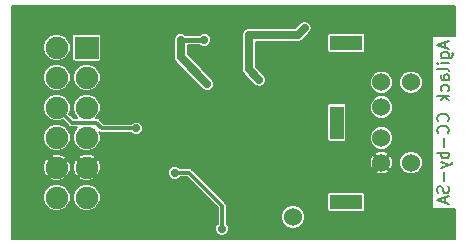
<source format=gbr>
G04 #@! TF.GenerationSoftware,KiCad,Pcbnew,5.0.2*
G04 #@! TF.CreationDate,2020-07-19T07:30:29+02:00*
G04 #@! TF.ProjectId,pmod-ps2,706d6f64-2d70-4733-922e-6b696361645f,1*
G04 #@! TF.SameCoordinates,Original*
G04 #@! TF.FileFunction,Copper,L2,Bot*
G04 #@! TF.FilePolarity,Positive*
%FSLAX46Y46*%
G04 Gerber Fmt 4.6, Leading zero omitted, Abs format (unit mm)*
G04 Created by KiCad (PCBNEW 5.0.2) date dim. 19 juil. 2020 07:30:29 CEST*
%MOMM*%
%LPD*%
G01*
G04 APERTURE LIST*
G04 #@! TA.AperFunction,NonConductor*
%ADD10C,0.152400*%
G04 #@! TD*
G04 #@! TA.AperFunction,ComponentPad*
%ADD11R,2.000000X1.900000*%
G04 #@! TD*
G04 #@! TA.AperFunction,ComponentPad*
%ADD12C,1.900000*%
G04 #@! TD*
G04 #@! TA.AperFunction,ComponentPad*
%ADD13C,1.524000*%
G04 #@! TD*
G04 #@! TA.AperFunction,ComponentPad*
%ADD14R,2.800000X1.200000*%
G04 #@! TD*
G04 #@! TA.AperFunction,ComponentPad*
%ADD15R,1.200000X2.800000*%
G04 #@! TD*
G04 #@! TA.AperFunction,ViaPad*
%ADD16C,0.711200*%
G04 #@! TD*
G04 #@! TA.AperFunction,Conductor*
%ADD17C,0.406400*%
G04 #@! TD*
G04 #@! TA.AperFunction,Conductor*
%ADD18C,0.711200*%
G04 #@! TD*
G04 #@! TA.AperFunction,Conductor*
%ADD19C,0.304800*%
G04 #@! TD*
G04 #@! TA.AperFunction,Conductor*
%ADD20C,0.152400*%
G04 #@! TD*
G04 APERTURE END LIST*
D10*
X166416666Y-98166666D02*
X166416666Y-98642857D01*
X166702380Y-98071428D02*
X165702380Y-98404761D01*
X166702380Y-98738095D01*
X166035714Y-99500000D02*
X166845238Y-99500000D01*
X166940476Y-99452380D01*
X166988095Y-99404761D01*
X167035714Y-99309523D01*
X167035714Y-99166666D01*
X166988095Y-99071428D01*
X166654761Y-99500000D02*
X166702380Y-99404761D01*
X166702380Y-99214285D01*
X166654761Y-99119047D01*
X166607142Y-99071428D01*
X166511904Y-99023809D01*
X166226190Y-99023809D01*
X166130952Y-99071428D01*
X166083333Y-99119047D01*
X166035714Y-99214285D01*
X166035714Y-99404761D01*
X166083333Y-99500000D01*
X166702380Y-99976190D02*
X166035714Y-99976190D01*
X165702380Y-99976190D02*
X165750000Y-99928571D01*
X165797619Y-99976190D01*
X165750000Y-100023809D01*
X165702380Y-99976190D01*
X165797619Y-99976190D01*
X166702380Y-100595238D02*
X166654761Y-100500000D01*
X166559523Y-100452380D01*
X165702380Y-100452380D01*
X166702380Y-101404761D02*
X166178571Y-101404761D01*
X166083333Y-101357142D01*
X166035714Y-101261904D01*
X166035714Y-101071428D01*
X166083333Y-100976190D01*
X166654761Y-101404761D02*
X166702380Y-101309523D01*
X166702380Y-101071428D01*
X166654761Y-100976190D01*
X166559523Y-100928571D01*
X166464285Y-100928571D01*
X166369047Y-100976190D01*
X166321428Y-101071428D01*
X166321428Y-101309523D01*
X166273809Y-101404761D01*
X166654761Y-102309523D02*
X166702380Y-102214285D01*
X166702380Y-102023809D01*
X166654761Y-101928571D01*
X166607142Y-101880952D01*
X166511904Y-101833333D01*
X166226190Y-101833333D01*
X166130952Y-101880952D01*
X166083333Y-101928571D01*
X166035714Y-102023809D01*
X166035714Y-102214285D01*
X166083333Y-102309523D01*
X166702380Y-102738095D02*
X165702380Y-102738095D01*
X166321428Y-102833333D02*
X166702380Y-103119047D01*
X166035714Y-103119047D02*
X166416666Y-102738095D01*
X166607142Y-104880952D02*
X166654761Y-104833333D01*
X166702380Y-104690476D01*
X166702380Y-104595238D01*
X166654761Y-104452380D01*
X166559523Y-104357142D01*
X166464285Y-104309523D01*
X166273809Y-104261904D01*
X166130952Y-104261904D01*
X165940476Y-104309523D01*
X165845238Y-104357142D01*
X165750000Y-104452380D01*
X165702380Y-104595238D01*
X165702380Y-104690476D01*
X165750000Y-104833333D01*
X165797619Y-104880952D01*
X166607142Y-105880952D02*
X166654761Y-105833333D01*
X166702380Y-105690476D01*
X166702380Y-105595238D01*
X166654761Y-105452380D01*
X166559523Y-105357142D01*
X166464285Y-105309523D01*
X166273809Y-105261904D01*
X166130952Y-105261904D01*
X165940476Y-105309523D01*
X165845238Y-105357142D01*
X165750000Y-105452380D01*
X165702380Y-105595238D01*
X165702380Y-105690476D01*
X165750000Y-105833333D01*
X165797619Y-105880952D01*
X166321428Y-106309523D02*
X166321428Y-107071428D01*
X166702380Y-107547619D02*
X165702380Y-107547619D01*
X166083333Y-107547619D02*
X166035714Y-107642857D01*
X166035714Y-107833333D01*
X166083333Y-107928571D01*
X166130952Y-107976190D01*
X166226190Y-108023809D01*
X166511904Y-108023809D01*
X166607142Y-107976190D01*
X166654761Y-107928571D01*
X166702380Y-107833333D01*
X166702380Y-107642857D01*
X166654761Y-107547619D01*
X166035714Y-108357142D02*
X166702380Y-108595238D01*
X166035714Y-108833333D02*
X166702380Y-108595238D01*
X166940476Y-108500000D01*
X166988095Y-108452380D01*
X167035714Y-108357142D01*
X166321428Y-109214285D02*
X166321428Y-109976190D01*
X166654761Y-110404761D02*
X166702380Y-110547619D01*
X166702380Y-110785714D01*
X166654761Y-110880952D01*
X166607142Y-110928571D01*
X166511904Y-110976190D01*
X166416666Y-110976190D01*
X166321428Y-110928571D01*
X166273809Y-110880952D01*
X166226190Y-110785714D01*
X166178571Y-110595238D01*
X166130952Y-110500000D01*
X166083333Y-110452380D01*
X165988095Y-110404761D01*
X165892857Y-110404761D01*
X165797619Y-110452380D01*
X165750000Y-110500000D01*
X165702380Y-110595238D01*
X165702380Y-110833333D01*
X165750000Y-110976190D01*
X166416666Y-111357142D02*
X166416666Y-111833333D01*
X166702380Y-111261904D02*
X165702380Y-111595238D01*
X166702380Y-111928571D01*
D11*
G04 #@! TO.P,P1,1*
G04 #@! TO.N,Net-(P1-Pad1)*
X136040000Y-98650000D03*
D12*
G04 #@! TO.P,P1,2*
G04 #@! TO.N,PMOD_TXD*
X136040000Y-101190000D03*
G04 #@! TO.P,P1,3*
G04 #@! TO.N,PMOD_RXD*
X136040000Y-103730000D03*
G04 #@! TO.P,P1,4*
G04 #@! TO.N,Net-(P1-Pad4)*
X136040000Y-106270000D03*
G04 #@! TO.P,P1,5*
G04 #@! TO.N,GND*
X136040000Y-108810000D03*
G04 #@! TO.P,P1,6*
G04 #@! TO.N,VCC*
X136040000Y-111350000D03*
G04 #@! TO.P,P1,7*
G04 #@! TO.N,IRQ*
X133500000Y-98650000D03*
G04 #@! TO.P,P1,8*
G04 #@! TO.N,RST*
X133500000Y-101190000D03*
G04 #@! TO.P,P1,9*
G04 #@! TO.N,SWDIO*
X133500000Y-103730000D03*
G04 #@! TO.P,P1,10*
G04 #@! TO.N,SWCLK*
X133500000Y-106270000D03*
G04 #@! TO.P,P1,11*
G04 #@! TO.N,GND*
X133500000Y-108810000D03*
G04 #@! TO.P,P1,12*
G04 #@! TO.N,VCC*
X133500000Y-111350000D03*
G04 #@! TD*
D13*
G04 #@! TO.P,P2,1*
G04 #@! TO.N,Net-(P2-Pad1)*
X161000000Y-106300000D03*
G04 #@! TO.P,P2,2*
G04 #@! TO.N,Net-(P2-Pad2)*
X161000000Y-103700000D03*
G04 #@! TO.P,P2,3*
G04 #@! TO.N,GND*
X161000000Y-108400000D03*
G04 #@! TO.P,P2,4*
G04 #@! TO.N,+5V*
X161000000Y-101600000D03*
G04 #@! TO.P,P2,5*
G04 #@! TO.N,Net-(P2-Pad5)*
X163500000Y-108400000D03*
G04 #@! TO.P,P2,6*
G04 #@! TO.N,Net-(P2-Pad6)*
X163500000Y-101600000D03*
D14*
G04 #@! TO.P,P2,0*
G04 #@! TO.N,N/C*
X158000000Y-98250000D03*
X158000000Y-111750000D03*
D15*
X157200000Y-105000000D03*
G04 #@! TD*
D13*
G04 #@! TO.P,TP2,1*
G04 #@! TO.N,+5V*
X153500000Y-113000000D03*
G04 #@! TD*
D16*
G04 #@! TO.N,GND*
X145500000Y-111500000D03*
X146500000Y-114000000D03*
X140500000Y-108400000D03*
X144500000Y-114600000D03*
X142500000Y-114600000D03*
X140500000Y-114600000D03*
X138500000Y-114600000D03*
X142500000Y-108400000D03*
X144500000Y-108400000D03*
X138500000Y-108400000D03*
X148500000Y-114600000D03*
X150500000Y-114600000D03*
X152500000Y-114600000D03*
X149000000Y-113250000D03*
X150750000Y-113250000D03*
X131000000Y-112500000D03*
X166500000Y-114600000D03*
X154500000Y-114600000D03*
X148500000Y-103250000D03*
X148500000Y-99500000D03*
X152500000Y-106000000D03*
X143970000Y-103000000D03*
X130000000Y-105000000D03*
X138750000Y-95500000D03*
X145250000Y-95500000D03*
X142000000Y-99250000D03*
X130000000Y-95500000D03*
G04 #@! TO.N,+3.3V*
X147500000Y-114000000D03*
X143500000Y-109250000D03*
X144000000Y-98000000D03*
X146000000Y-98000000D03*
X146250000Y-101730000D03*
G04 #@! TO.N,+5V*
X149770000Y-97600000D03*
X154500000Y-97000000D03*
X150650000Y-101380000D03*
G04 #@! TO.N,SWDIO*
X140250000Y-105500000D03*
G04 #@! TD*
D17*
G04 #@! TO.N,GND*
X136040000Y-108810000D02*
X137000000Y-107850000D01*
X136040000Y-108810000D02*
X138000000Y-110770000D01*
X138000000Y-110770000D02*
X138000000Y-114100000D01*
X138000000Y-114100000D02*
X138500000Y-114600000D01*
X137000000Y-107850000D02*
X137950000Y-107850000D01*
X137950000Y-107850000D02*
X138500000Y-108400000D01*
X149000000Y-113250000D02*
X149000000Y-114100000D01*
X149000000Y-114100000D02*
X148500000Y-114600000D01*
X149000000Y-113250000D02*
X150750000Y-113250000D01*
X136040000Y-108810000D02*
X134770000Y-107540000D01*
X133500000Y-108810000D02*
X134770000Y-107540000D01*
X133500000Y-108810000D02*
X131000000Y-111310000D01*
X131000000Y-111310000D02*
X131000000Y-112500000D01*
D18*
X161000000Y-108400000D02*
X159230000Y-110170000D01*
X159230000Y-110170000D02*
X152220000Y-110170000D01*
X152220000Y-110170000D02*
X150750000Y-111640000D01*
X150750000Y-111640000D02*
X150750000Y-113250000D01*
D19*
X148500000Y-103250000D02*
X148500000Y-99500000D01*
D17*
X148500000Y-103250000D02*
X149750000Y-103250000D01*
X149750000Y-103250000D02*
X152500000Y-106000000D01*
X152220000Y-110170000D02*
X152220000Y-108160000D01*
X152220000Y-108160000D02*
X152500000Y-107880000D01*
X152500000Y-107880000D02*
X152500000Y-106000000D01*
X145700000Y-103000000D02*
X145950000Y-103250000D01*
X145950000Y-103250000D02*
X148500000Y-103250000D01*
X133500000Y-108810000D02*
X133500000Y-108500000D01*
X133500000Y-108500000D02*
X130000000Y-105000000D01*
X138750000Y-95500000D02*
X145250000Y-95500000D01*
X148500000Y-99500000D02*
X148500000Y-97560000D01*
X148500000Y-97560000D02*
X146440000Y-95500000D01*
X146440000Y-95500000D02*
X145250000Y-95500000D01*
X145700000Y-103000000D02*
X143970000Y-103000000D01*
X143970000Y-103000000D02*
X143970000Y-101220000D01*
X143970000Y-101220000D02*
X142000000Y-99250000D01*
X130000000Y-105000000D02*
X130000000Y-95500000D01*
D18*
X154500000Y-114600000D02*
X166500000Y-114600000D01*
D19*
G04 #@! TO.N,+3.3V*
X147500000Y-114000000D02*
X147500000Y-112060000D01*
X147500000Y-112060000D02*
X144690000Y-109250000D01*
X144690000Y-109250000D02*
X143500000Y-109250000D01*
D17*
X144000000Y-98000000D02*
X146000000Y-98000000D01*
D18*
X144000000Y-98000000D02*
X144000000Y-99480000D01*
X144000000Y-99480000D02*
X146250000Y-101730000D01*
G04 #@! TO.N,+5V*
X149770000Y-97600000D02*
X153900000Y-97600000D01*
X153900000Y-97600000D02*
X154500000Y-97000000D01*
X149770000Y-97600000D02*
X149770000Y-100500000D01*
X149770000Y-100500000D02*
X150650000Y-101380000D01*
D19*
G04 #@! TO.N,SWDIO*
X140250000Y-105500000D02*
X137360000Y-105500000D01*
X137360000Y-105500000D02*
X136860000Y-105000000D01*
X136860000Y-105000000D02*
X134770000Y-105000000D01*
X134770000Y-105000000D02*
X133500000Y-103730000D01*
G04 #@! TD*
D20*
G04 #@! TO.N,GND*
G36*
X167246400Y-97671390D02*
X165263300Y-97671390D01*
X165263300Y-112328609D01*
X167246401Y-112328609D01*
X167246401Y-114856400D01*
X129753600Y-114856400D01*
X129753600Y-111115562D01*
X132321400Y-111115562D01*
X132321400Y-111584438D01*
X132500831Y-112017623D01*
X132832377Y-112349169D01*
X133265562Y-112528600D01*
X133734438Y-112528600D01*
X134167623Y-112349169D01*
X134499169Y-112017623D01*
X134678600Y-111584438D01*
X134678600Y-111115562D01*
X134861400Y-111115562D01*
X134861400Y-111584438D01*
X135040831Y-112017623D01*
X135372377Y-112349169D01*
X135805562Y-112528600D01*
X136274438Y-112528600D01*
X136707623Y-112349169D01*
X137039169Y-112017623D01*
X137218600Y-111584438D01*
X137218600Y-111115562D01*
X137039169Y-110682377D01*
X136707623Y-110350831D01*
X136274438Y-110171400D01*
X135805562Y-110171400D01*
X135372377Y-110350831D01*
X135040831Y-110682377D01*
X134861400Y-111115562D01*
X134678600Y-111115562D01*
X134499169Y-110682377D01*
X134167623Y-110350831D01*
X133734438Y-110171400D01*
X133265562Y-110171400D01*
X132832377Y-110350831D01*
X132500831Y-110682377D01*
X132321400Y-111115562D01*
X129753600Y-111115562D01*
X129753600Y-109654435D01*
X132727407Y-109654435D01*
X132835393Y-109811178D01*
X133269118Y-109989302D01*
X133737992Y-109987888D01*
X134164607Y-109811178D01*
X134272593Y-109654435D01*
X135267407Y-109654435D01*
X135375393Y-109811178D01*
X135809118Y-109989302D01*
X136277992Y-109987888D01*
X136704607Y-109811178D01*
X136812593Y-109654435D01*
X136040000Y-108881842D01*
X135267407Y-109654435D01*
X134272593Y-109654435D01*
X133500000Y-108881842D01*
X132727407Y-109654435D01*
X129753600Y-109654435D01*
X129753600Y-108579118D01*
X132320698Y-108579118D01*
X132322112Y-109047992D01*
X132498822Y-109474607D01*
X132655565Y-109582593D01*
X133428158Y-108810000D01*
X133571842Y-108810000D01*
X134344435Y-109582593D01*
X134501178Y-109474607D01*
X134679302Y-109040882D01*
X134677910Y-108579118D01*
X134860698Y-108579118D01*
X134862112Y-109047992D01*
X135038822Y-109474607D01*
X135195565Y-109582593D01*
X135968158Y-108810000D01*
X136111842Y-108810000D01*
X136884435Y-109582593D01*
X137041178Y-109474607D01*
X137181144Y-109133795D01*
X142915800Y-109133795D01*
X142915800Y-109366205D01*
X143004739Y-109580923D01*
X143169077Y-109745261D01*
X143383795Y-109834200D01*
X143616205Y-109834200D01*
X143830923Y-109745261D01*
X143945184Y-109631000D01*
X144532185Y-109631000D01*
X147119001Y-112217817D01*
X147119000Y-113554816D01*
X147004739Y-113669077D01*
X146915800Y-113883795D01*
X146915800Y-114116205D01*
X147004739Y-114330923D01*
X147169077Y-114495261D01*
X147383795Y-114584200D01*
X147616205Y-114584200D01*
X147830923Y-114495261D01*
X147995261Y-114330923D01*
X148084200Y-114116205D01*
X148084200Y-113883795D01*
X147995261Y-113669077D01*
X147881000Y-113554816D01*
X147881000Y-112802957D01*
X152509400Y-112802957D01*
X152509400Y-113197043D01*
X152660210Y-113561130D01*
X152938870Y-113839790D01*
X153302957Y-113990600D01*
X153697043Y-113990600D01*
X154061130Y-113839790D01*
X154339790Y-113561130D01*
X154490600Y-113197043D01*
X154490600Y-112802957D01*
X154339790Y-112438870D01*
X154061130Y-112160210D01*
X153697043Y-112009400D01*
X153302957Y-112009400D01*
X152938870Y-112160210D01*
X152660210Y-112438870D01*
X152509400Y-112802957D01*
X147881000Y-112802957D01*
X147881000Y-112097523D01*
X147888464Y-112059999D01*
X147858894Y-111911341D01*
X147795941Y-111817125D01*
X147774686Y-111785314D01*
X147742874Y-111764058D01*
X147128816Y-111150000D01*
X156366922Y-111150000D01*
X156366922Y-112350000D01*
X156384664Y-112439195D01*
X156435189Y-112514811D01*
X156510805Y-112565336D01*
X156600000Y-112583078D01*
X159400000Y-112583078D01*
X159489195Y-112565336D01*
X159564811Y-112514811D01*
X159615336Y-112439195D01*
X159633078Y-112350000D01*
X159633078Y-111150000D01*
X159615336Y-111060805D01*
X159564811Y-110985189D01*
X159489195Y-110934664D01*
X159400000Y-110916922D01*
X156600000Y-110916922D01*
X156510805Y-110934664D01*
X156435189Y-110985189D01*
X156384664Y-111060805D01*
X156366922Y-111150000D01*
X147128816Y-111150000D01*
X145087551Y-109108735D01*
X160363108Y-109108735D01*
X160448182Y-109245939D01*
X160813914Y-109392717D01*
X161207975Y-109388363D01*
X161551818Y-109245939D01*
X161636892Y-109108735D01*
X161000000Y-108471842D01*
X160363108Y-109108735D01*
X145087551Y-109108735D01*
X144985944Y-109007129D01*
X144964686Y-108975314D01*
X144838659Y-108891106D01*
X144727524Y-108869000D01*
X144690000Y-108861536D01*
X144652476Y-108869000D01*
X143945184Y-108869000D01*
X143830923Y-108754739D01*
X143616205Y-108665800D01*
X143383795Y-108665800D01*
X143169077Y-108754739D01*
X143004739Y-108919077D01*
X142915800Y-109133795D01*
X137181144Y-109133795D01*
X137219302Y-109040882D01*
X137217888Y-108572008D01*
X137069561Y-108213914D01*
X160007283Y-108213914D01*
X160011637Y-108607975D01*
X160154061Y-108951818D01*
X160291265Y-109036892D01*
X160928158Y-108400000D01*
X161071842Y-108400000D01*
X161708735Y-109036892D01*
X161845939Y-108951818D01*
X161992717Y-108586086D01*
X161988484Y-108202957D01*
X162509400Y-108202957D01*
X162509400Y-108597043D01*
X162660210Y-108961130D01*
X162938870Y-109239790D01*
X163302957Y-109390600D01*
X163697043Y-109390600D01*
X164061130Y-109239790D01*
X164339790Y-108961130D01*
X164490600Y-108597043D01*
X164490600Y-108202957D01*
X164339790Y-107838870D01*
X164061130Y-107560210D01*
X163697043Y-107409400D01*
X163302957Y-107409400D01*
X162938870Y-107560210D01*
X162660210Y-107838870D01*
X162509400Y-108202957D01*
X161988484Y-108202957D01*
X161988363Y-108192025D01*
X161845939Y-107848182D01*
X161708735Y-107763108D01*
X161071842Y-108400000D01*
X160928158Y-108400000D01*
X160291265Y-107763108D01*
X160154061Y-107848182D01*
X160007283Y-108213914D01*
X137069561Y-108213914D01*
X137041178Y-108145393D01*
X136884435Y-108037407D01*
X136111842Y-108810000D01*
X135968158Y-108810000D01*
X135195565Y-108037407D01*
X135038822Y-108145393D01*
X134860698Y-108579118D01*
X134677910Y-108579118D01*
X134677888Y-108572008D01*
X134501178Y-108145393D01*
X134344435Y-108037407D01*
X133571842Y-108810000D01*
X133428158Y-108810000D01*
X132655565Y-108037407D01*
X132498822Y-108145393D01*
X132320698Y-108579118D01*
X129753600Y-108579118D01*
X129753600Y-107965565D01*
X132727407Y-107965565D01*
X133500000Y-108738158D01*
X134272593Y-107965565D01*
X135267407Y-107965565D01*
X136040000Y-108738158D01*
X136812593Y-107965565D01*
X136704607Y-107808822D01*
X136418361Y-107691265D01*
X160363108Y-107691265D01*
X161000000Y-108328158D01*
X161636892Y-107691265D01*
X161551818Y-107554061D01*
X161186086Y-107407283D01*
X160792025Y-107411637D01*
X160448182Y-107554061D01*
X160363108Y-107691265D01*
X136418361Y-107691265D01*
X136270882Y-107630698D01*
X135802008Y-107632112D01*
X135375393Y-107808822D01*
X135267407Y-107965565D01*
X134272593Y-107965565D01*
X134164607Y-107808822D01*
X133730882Y-107630698D01*
X133262008Y-107632112D01*
X132835393Y-107808822D01*
X132727407Y-107965565D01*
X129753600Y-107965565D01*
X129753600Y-106035562D01*
X132321400Y-106035562D01*
X132321400Y-106504438D01*
X132500831Y-106937623D01*
X132832377Y-107269169D01*
X133265562Y-107448600D01*
X133734438Y-107448600D01*
X134167623Y-107269169D01*
X134499169Y-106937623D01*
X134678600Y-106504438D01*
X134678600Y-106035562D01*
X134499169Y-105602377D01*
X134167623Y-105270831D01*
X133734438Y-105091400D01*
X133265562Y-105091400D01*
X132832377Y-105270831D01*
X132500831Y-105602377D01*
X132321400Y-106035562D01*
X129753600Y-106035562D01*
X129753600Y-103495562D01*
X132321400Y-103495562D01*
X132321400Y-103964438D01*
X132500831Y-104397623D01*
X132832377Y-104729169D01*
X133265562Y-104908600D01*
X133734438Y-104908600D01*
X134021062Y-104789877D01*
X134474056Y-105242871D01*
X134495314Y-105274686D01*
X134610037Y-105351341D01*
X134621341Y-105358894D01*
X134769999Y-105388464D01*
X134807523Y-105381000D01*
X135262208Y-105381000D01*
X135040831Y-105602377D01*
X134861400Y-106035562D01*
X134861400Y-106504438D01*
X135040831Y-106937623D01*
X135372377Y-107269169D01*
X135805562Y-107448600D01*
X136274438Y-107448600D01*
X136707623Y-107269169D01*
X137039169Y-106937623D01*
X137218600Y-106504438D01*
X137218600Y-106035562D01*
X137120196Y-105797993D01*
X137211341Y-105858894D01*
X137360000Y-105888464D01*
X137397524Y-105881000D01*
X139804816Y-105881000D01*
X139919077Y-105995261D01*
X140133795Y-106084200D01*
X140366205Y-106084200D01*
X140580923Y-105995261D01*
X140745261Y-105830923D01*
X140834200Y-105616205D01*
X140834200Y-105383795D01*
X140745261Y-105169077D01*
X140580923Y-105004739D01*
X140366205Y-104915800D01*
X140133795Y-104915800D01*
X139919077Y-105004739D01*
X139804816Y-105119000D01*
X137517816Y-105119000D01*
X137155944Y-104757129D01*
X137134686Y-104725314D01*
X137008659Y-104641106D01*
X136897524Y-104619000D01*
X136860000Y-104611536D01*
X136822476Y-104619000D01*
X136817792Y-104619000D01*
X137039169Y-104397623D01*
X137218600Y-103964438D01*
X137218600Y-103600000D01*
X156366922Y-103600000D01*
X156366922Y-106400000D01*
X156384664Y-106489195D01*
X156435189Y-106564811D01*
X156510805Y-106615336D01*
X156600000Y-106633078D01*
X157800000Y-106633078D01*
X157889195Y-106615336D01*
X157964811Y-106564811D01*
X158015336Y-106489195D01*
X158033078Y-106400000D01*
X158033078Y-106102957D01*
X160009400Y-106102957D01*
X160009400Y-106497043D01*
X160160210Y-106861130D01*
X160438870Y-107139790D01*
X160802957Y-107290600D01*
X161197043Y-107290600D01*
X161561130Y-107139790D01*
X161839790Y-106861130D01*
X161990600Y-106497043D01*
X161990600Y-106102957D01*
X161839790Y-105738870D01*
X161561130Y-105460210D01*
X161197043Y-105309400D01*
X160802957Y-105309400D01*
X160438870Y-105460210D01*
X160160210Y-105738870D01*
X160009400Y-106102957D01*
X158033078Y-106102957D01*
X158033078Y-103600000D01*
X158015336Y-103510805D01*
X158010093Y-103502957D01*
X160009400Y-103502957D01*
X160009400Y-103897043D01*
X160160210Y-104261130D01*
X160438870Y-104539790D01*
X160802957Y-104690600D01*
X161197043Y-104690600D01*
X161561130Y-104539790D01*
X161839790Y-104261130D01*
X161990600Y-103897043D01*
X161990600Y-103502957D01*
X161839790Y-103138870D01*
X161561130Y-102860210D01*
X161197043Y-102709400D01*
X160802957Y-102709400D01*
X160438870Y-102860210D01*
X160160210Y-103138870D01*
X160009400Y-103502957D01*
X158010093Y-103502957D01*
X157964811Y-103435189D01*
X157889195Y-103384664D01*
X157800000Y-103366922D01*
X156600000Y-103366922D01*
X156510805Y-103384664D01*
X156435189Y-103435189D01*
X156384664Y-103510805D01*
X156366922Y-103600000D01*
X137218600Y-103600000D01*
X137218600Y-103495562D01*
X137039169Y-103062377D01*
X136707623Y-102730831D01*
X136274438Y-102551400D01*
X135805562Y-102551400D01*
X135372377Y-102730831D01*
X135040831Y-103062377D01*
X134861400Y-103495562D01*
X134861400Y-103964438D01*
X135040831Y-104397623D01*
X135262208Y-104619000D01*
X134927815Y-104619000D01*
X134559877Y-104251062D01*
X134678600Y-103964438D01*
X134678600Y-103495562D01*
X134499169Y-103062377D01*
X134167623Y-102730831D01*
X133734438Y-102551400D01*
X133265562Y-102551400D01*
X132832377Y-102730831D01*
X132500831Y-103062377D01*
X132321400Y-103495562D01*
X129753600Y-103495562D01*
X129753600Y-100955562D01*
X132321400Y-100955562D01*
X132321400Y-101424438D01*
X132500831Y-101857623D01*
X132832377Y-102189169D01*
X133265562Y-102368600D01*
X133734438Y-102368600D01*
X134167623Y-102189169D01*
X134499169Y-101857623D01*
X134678600Y-101424438D01*
X134678600Y-100955562D01*
X134861400Y-100955562D01*
X134861400Y-101424438D01*
X135040831Y-101857623D01*
X135372377Y-102189169D01*
X135805562Y-102368600D01*
X136274438Y-102368600D01*
X136707623Y-102189169D01*
X137039169Y-101857623D01*
X137218600Y-101424438D01*
X137218600Y-100955562D01*
X137039169Y-100522377D01*
X136707623Y-100190831D01*
X136274438Y-100011400D01*
X135805562Y-100011400D01*
X135372377Y-100190831D01*
X135040831Y-100522377D01*
X134861400Y-100955562D01*
X134678600Y-100955562D01*
X134499169Y-100522377D01*
X134167623Y-100190831D01*
X133734438Y-100011400D01*
X133265562Y-100011400D01*
X132832377Y-100190831D01*
X132500831Y-100522377D01*
X132321400Y-100955562D01*
X129753600Y-100955562D01*
X129753600Y-98415562D01*
X132321400Y-98415562D01*
X132321400Y-98884438D01*
X132500831Y-99317623D01*
X132832377Y-99649169D01*
X133265562Y-99828600D01*
X133734438Y-99828600D01*
X134167623Y-99649169D01*
X134499169Y-99317623D01*
X134678600Y-98884438D01*
X134678600Y-98415562D01*
X134499169Y-97982377D01*
X134216792Y-97700000D01*
X134806922Y-97700000D01*
X134806922Y-99600000D01*
X134824664Y-99689195D01*
X134875189Y-99764811D01*
X134950805Y-99815336D01*
X135040000Y-99833078D01*
X137040000Y-99833078D01*
X137129195Y-99815336D01*
X137204811Y-99764811D01*
X137255336Y-99689195D01*
X137273078Y-99600000D01*
X137273078Y-99480000D01*
X143404355Y-99480000D01*
X143438006Y-99649169D01*
X143449697Y-99707943D01*
X143578816Y-99901185D01*
X143627597Y-99933779D01*
X145754738Y-102060921D01*
X145754739Y-102060923D01*
X145919077Y-102225261D01*
X145973280Y-102247713D01*
X146022056Y-102280304D01*
X146079593Y-102291749D01*
X146133795Y-102314200D01*
X146192462Y-102314200D01*
X146250000Y-102325645D01*
X146307537Y-102314200D01*
X146366205Y-102314200D01*
X146420408Y-102291749D01*
X146477943Y-102280304D01*
X146526718Y-102247713D01*
X146580923Y-102225261D01*
X146622410Y-102183774D01*
X146671184Y-102151184D01*
X146703774Y-102102410D01*
X146745261Y-102060923D01*
X146767713Y-102006718D01*
X146800304Y-101957943D01*
X146811749Y-101900408D01*
X146834200Y-101846205D01*
X146834200Y-101787537D01*
X146845645Y-101730000D01*
X146834200Y-101672462D01*
X146834200Y-101613795D01*
X146811749Y-101559593D01*
X146800304Y-101502056D01*
X146767713Y-101453280D01*
X146745261Y-101399077D01*
X146580923Y-101234739D01*
X146580921Y-101234738D01*
X144584200Y-99238018D01*
X144584200Y-98431800D01*
X145605616Y-98431800D01*
X145669077Y-98495261D01*
X145883795Y-98584200D01*
X146116205Y-98584200D01*
X146330923Y-98495261D01*
X146495261Y-98330923D01*
X146584200Y-98116205D01*
X146584200Y-97883795D01*
X146495261Y-97669077D01*
X146426184Y-97600000D01*
X149174355Y-97600000D01*
X149185800Y-97657538D01*
X149185801Y-100442459D01*
X149174355Y-100500000D01*
X149196117Y-100609400D01*
X149219697Y-100727943D01*
X149348816Y-100921185D01*
X149397597Y-100953779D01*
X150154738Y-101710921D01*
X150154739Y-101710923D01*
X150319077Y-101875261D01*
X150373283Y-101897714D01*
X150422056Y-101930303D01*
X150479590Y-101941747D01*
X150533795Y-101964200D01*
X150592464Y-101964200D01*
X150650000Y-101975645D01*
X150707536Y-101964200D01*
X150766205Y-101964200D01*
X150820411Y-101941747D01*
X150877943Y-101930303D01*
X150926715Y-101897715D01*
X150980923Y-101875261D01*
X151022411Y-101833773D01*
X151071184Y-101801184D01*
X151103773Y-101752411D01*
X151145261Y-101710923D01*
X151167715Y-101656715D01*
X151200303Y-101607943D01*
X151211747Y-101550411D01*
X151234200Y-101496205D01*
X151234200Y-101437536D01*
X151241078Y-101402957D01*
X160009400Y-101402957D01*
X160009400Y-101797043D01*
X160160210Y-102161130D01*
X160438870Y-102439790D01*
X160802957Y-102590600D01*
X161197043Y-102590600D01*
X161561130Y-102439790D01*
X161839790Y-102161130D01*
X161990600Y-101797043D01*
X161990600Y-101402957D01*
X162509400Y-101402957D01*
X162509400Y-101797043D01*
X162660210Y-102161130D01*
X162938870Y-102439790D01*
X163302957Y-102590600D01*
X163697043Y-102590600D01*
X164061130Y-102439790D01*
X164339790Y-102161130D01*
X164490600Y-101797043D01*
X164490600Y-101402957D01*
X164339790Y-101038870D01*
X164061130Y-100760210D01*
X163697043Y-100609400D01*
X163302957Y-100609400D01*
X162938870Y-100760210D01*
X162660210Y-101038870D01*
X162509400Y-101402957D01*
X161990600Y-101402957D01*
X161839790Y-101038870D01*
X161561130Y-100760210D01*
X161197043Y-100609400D01*
X160802957Y-100609400D01*
X160438870Y-100760210D01*
X160160210Y-101038870D01*
X160009400Y-101402957D01*
X151241078Y-101402957D01*
X151245645Y-101380000D01*
X151234200Y-101322464D01*
X151234200Y-101263795D01*
X151211747Y-101209590D01*
X151200303Y-101152056D01*
X151167714Y-101103283D01*
X151145261Y-101049077D01*
X150980923Y-100884739D01*
X150980921Y-100884738D01*
X150354200Y-100258018D01*
X150354200Y-98184200D01*
X153842464Y-98184200D01*
X153900000Y-98195645D01*
X153957536Y-98184200D01*
X153957537Y-98184200D01*
X154127943Y-98150304D01*
X154321185Y-98021185D01*
X154353781Y-97972401D01*
X154676183Y-97650000D01*
X156366922Y-97650000D01*
X156366922Y-98850000D01*
X156384664Y-98939195D01*
X156435189Y-99014811D01*
X156510805Y-99065336D01*
X156600000Y-99083078D01*
X159400000Y-99083078D01*
X159489195Y-99065336D01*
X159564811Y-99014811D01*
X159615336Y-98939195D01*
X159633078Y-98850000D01*
X159633078Y-97650000D01*
X159615336Y-97560805D01*
X159564811Y-97485189D01*
X159489195Y-97434664D01*
X159400000Y-97416922D01*
X156600000Y-97416922D01*
X156510805Y-97434664D01*
X156435189Y-97485189D01*
X156384664Y-97560805D01*
X156366922Y-97650000D01*
X154676183Y-97650000D01*
X154953776Y-97372408D01*
X154995261Y-97330923D01*
X155017713Y-97276718D01*
X155050303Y-97227944D01*
X155061748Y-97170410D01*
X155084200Y-97116205D01*
X155084200Y-97057537D01*
X155095645Y-97000001D01*
X155084200Y-96942465D01*
X155084200Y-96883795D01*
X155061747Y-96829589D01*
X155050303Y-96772057D01*
X155017715Y-96723285D01*
X154995261Y-96669077D01*
X154953773Y-96627589D01*
X154921184Y-96578816D01*
X154872411Y-96546227D01*
X154830923Y-96504739D01*
X154776715Y-96482285D01*
X154727943Y-96449697D01*
X154670411Y-96438253D01*
X154616205Y-96415800D01*
X154557535Y-96415800D01*
X154499999Y-96404355D01*
X154442463Y-96415800D01*
X154383795Y-96415800D01*
X154329590Y-96438252D01*
X154272056Y-96449697D01*
X154223282Y-96482287D01*
X154169077Y-96504739D01*
X154127592Y-96546224D01*
X153658017Y-97015800D01*
X149827537Y-97015800D01*
X149770000Y-97004355D01*
X149712463Y-97015800D01*
X149653795Y-97015800D01*
X149599592Y-97038251D01*
X149542057Y-97049696D01*
X149493280Y-97082287D01*
X149439077Y-97104739D01*
X149397593Y-97146223D01*
X149348815Y-97178815D01*
X149316223Y-97227593D01*
X149274739Y-97269077D01*
X149252287Y-97323280D01*
X149219696Y-97372057D01*
X149208251Y-97429592D01*
X149185800Y-97483795D01*
X149185800Y-97542463D01*
X149174355Y-97600000D01*
X146426184Y-97600000D01*
X146330923Y-97504739D01*
X146116205Y-97415800D01*
X145883795Y-97415800D01*
X145669077Y-97504739D01*
X145605616Y-97568200D01*
X144405298Y-97568200D01*
X144372407Y-97546223D01*
X144330923Y-97504739D01*
X144276718Y-97482287D01*
X144227942Y-97449696D01*
X144170408Y-97438252D01*
X144116205Y-97415800D01*
X144057537Y-97415800D01*
X144000000Y-97404355D01*
X143942463Y-97415800D01*
X143883795Y-97415800D01*
X143829592Y-97438251D01*
X143772057Y-97449696D01*
X143723280Y-97482287D01*
X143669077Y-97504739D01*
X143627593Y-97546223D01*
X143578815Y-97578815D01*
X143546223Y-97627593D01*
X143504739Y-97669077D01*
X143482287Y-97723282D01*
X143449696Y-97772058D01*
X143438252Y-97829591D01*
X143415800Y-97883795D01*
X143415800Y-97942464D01*
X143415801Y-99422459D01*
X143404355Y-99480000D01*
X137273078Y-99480000D01*
X137273078Y-97700000D01*
X137255336Y-97610805D01*
X137204811Y-97535189D01*
X137129195Y-97484664D01*
X137040000Y-97466922D01*
X135040000Y-97466922D01*
X134950805Y-97484664D01*
X134875189Y-97535189D01*
X134824664Y-97610805D01*
X134806922Y-97700000D01*
X134216792Y-97700000D01*
X134167623Y-97650831D01*
X133734438Y-97471400D01*
X133265562Y-97471400D01*
X132832377Y-97650831D01*
X132500831Y-97982377D01*
X132321400Y-98415562D01*
X129753600Y-98415562D01*
X129753600Y-95143600D01*
X167246400Y-95143600D01*
X167246400Y-97671390D01*
X167246400Y-97671390D01*
G37*
X167246400Y-97671390D02*
X165263300Y-97671390D01*
X165263300Y-112328609D01*
X167246401Y-112328609D01*
X167246401Y-114856400D01*
X129753600Y-114856400D01*
X129753600Y-111115562D01*
X132321400Y-111115562D01*
X132321400Y-111584438D01*
X132500831Y-112017623D01*
X132832377Y-112349169D01*
X133265562Y-112528600D01*
X133734438Y-112528600D01*
X134167623Y-112349169D01*
X134499169Y-112017623D01*
X134678600Y-111584438D01*
X134678600Y-111115562D01*
X134861400Y-111115562D01*
X134861400Y-111584438D01*
X135040831Y-112017623D01*
X135372377Y-112349169D01*
X135805562Y-112528600D01*
X136274438Y-112528600D01*
X136707623Y-112349169D01*
X137039169Y-112017623D01*
X137218600Y-111584438D01*
X137218600Y-111115562D01*
X137039169Y-110682377D01*
X136707623Y-110350831D01*
X136274438Y-110171400D01*
X135805562Y-110171400D01*
X135372377Y-110350831D01*
X135040831Y-110682377D01*
X134861400Y-111115562D01*
X134678600Y-111115562D01*
X134499169Y-110682377D01*
X134167623Y-110350831D01*
X133734438Y-110171400D01*
X133265562Y-110171400D01*
X132832377Y-110350831D01*
X132500831Y-110682377D01*
X132321400Y-111115562D01*
X129753600Y-111115562D01*
X129753600Y-109654435D01*
X132727407Y-109654435D01*
X132835393Y-109811178D01*
X133269118Y-109989302D01*
X133737992Y-109987888D01*
X134164607Y-109811178D01*
X134272593Y-109654435D01*
X135267407Y-109654435D01*
X135375393Y-109811178D01*
X135809118Y-109989302D01*
X136277992Y-109987888D01*
X136704607Y-109811178D01*
X136812593Y-109654435D01*
X136040000Y-108881842D01*
X135267407Y-109654435D01*
X134272593Y-109654435D01*
X133500000Y-108881842D01*
X132727407Y-109654435D01*
X129753600Y-109654435D01*
X129753600Y-108579118D01*
X132320698Y-108579118D01*
X132322112Y-109047992D01*
X132498822Y-109474607D01*
X132655565Y-109582593D01*
X133428158Y-108810000D01*
X133571842Y-108810000D01*
X134344435Y-109582593D01*
X134501178Y-109474607D01*
X134679302Y-109040882D01*
X134677910Y-108579118D01*
X134860698Y-108579118D01*
X134862112Y-109047992D01*
X135038822Y-109474607D01*
X135195565Y-109582593D01*
X135968158Y-108810000D01*
X136111842Y-108810000D01*
X136884435Y-109582593D01*
X137041178Y-109474607D01*
X137181144Y-109133795D01*
X142915800Y-109133795D01*
X142915800Y-109366205D01*
X143004739Y-109580923D01*
X143169077Y-109745261D01*
X143383795Y-109834200D01*
X143616205Y-109834200D01*
X143830923Y-109745261D01*
X143945184Y-109631000D01*
X144532185Y-109631000D01*
X147119001Y-112217817D01*
X147119000Y-113554816D01*
X147004739Y-113669077D01*
X146915800Y-113883795D01*
X146915800Y-114116205D01*
X147004739Y-114330923D01*
X147169077Y-114495261D01*
X147383795Y-114584200D01*
X147616205Y-114584200D01*
X147830923Y-114495261D01*
X147995261Y-114330923D01*
X148084200Y-114116205D01*
X148084200Y-113883795D01*
X147995261Y-113669077D01*
X147881000Y-113554816D01*
X147881000Y-112802957D01*
X152509400Y-112802957D01*
X152509400Y-113197043D01*
X152660210Y-113561130D01*
X152938870Y-113839790D01*
X153302957Y-113990600D01*
X153697043Y-113990600D01*
X154061130Y-113839790D01*
X154339790Y-113561130D01*
X154490600Y-113197043D01*
X154490600Y-112802957D01*
X154339790Y-112438870D01*
X154061130Y-112160210D01*
X153697043Y-112009400D01*
X153302957Y-112009400D01*
X152938870Y-112160210D01*
X152660210Y-112438870D01*
X152509400Y-112802957D01*
X147881000Y-112802957D01*
X147881000Y-112097523D01*
X147888464Y-112059999D01*
X147858894Y-111911341D01*
X147795941Y-111817125D01*
X147774686Y-111785314D01*
X147742874Y-111764058D01*
X147128816Y-111150000D01*
X156366922Y-111150000D01*
X156366922Y-112350000D01*
X156384664Y-112439195D01*
X156435189Y-112514811D01*
X156510805Y-112565336D01*
X156600000Y-112583078D01*
X159400000Y-112583078D01*
X159489195Y-112565336D01*
X159564811Y-112514811D01*
X159615336Y-112439195D01*
X159633078Y-112350000D01*
X159633078Y-111150000D01*
X159615336Y-111060805D01*
X159564811Y-110985189D01*
X159489195Y-110934664D01*
X159400000Y-110916922D01*
X156600000Y-110916922D01*
X156510805Y-110934664D01*
X156435189Y-110985189D01*
X156384664Y-111060805D01*
X156366922Y-111150000D01*
X147128816Y-111150000D01*
X145087551Y-109108735D01*
X160363108Y-109108735D01*
X160448182Y-109245939D01*
X160813914Y-109392717D01*
X161207975Y-109388363D01*
X161551818Y-109245939D01*
X161636892Y-109108735D01*
X161000000Y-108471842D01*
X160363108Y-109108735D01*
X145087551Y-109108735D01*
X144985944Y-109007129D01*
X144964686Y-108975314D01*
X144838659Y-108891106D01*
X144727524Y-108869000D01*
X144690000Y-108861536D01*
X144652476Y-108869000D01*
X143945184Y-108869000D01*
X143830923Y-108754739D01*
X143616205Y-108665800D01*
X143383795Y-108665800D01*
X143169077Y-108754739D01*
X143004739Y-108919077D01*
X142915800Y-109133795D01*
X137181144Y-109133795D01*
X137219302Y-109040882D01*
X137217888Y-108572008D01*
X137069561Y-108213914D01*
X160007283Y-108213914D01*
X160011637Y-108607975D01*
X160154061Y-108951818D01*
X160291265Y-109036892D01*
X160928158Y-108400000D01*
X161071842Y-108400000D01*
X161708735Y-109036892D01*
X161845939Y-108951818D01*
X161992717Y-108586086D01*
X161988484Y-108202957D01*
X162509400Y-108202957D01*
X162509400Y-108597043D01*
X162660210Y-108961130D01*
X162938870Y-109239790D01*
X163302957Y-109390600D01*
X163697043Y-109390600D01*
X164061130Y-109239790D01*
X164339790Y-108961130D01*
X164490600Y-108597043D01*
X164490600Y-108202957D01*
X164339790Y-107838870D01*
X164061130Y-107560210D01*
X163697043Y-107409400D01*
X163302957Y-107409400D01*
X162938870Y-107560210D01*
X162660210Y-107838870D01*
X162509400Y-108202957D01*
X161988484Y-108202957D01*
X161988363Y-108192025D01*
X161845939Y-107848182D01*
X161708735Y-107763108D01*
X161071842Y-108400000D01*
X160928158Y-108400000D01*
X160291265Y-107763108D01*
X160154061Y-107848182D01*
X160007283Y-108213914D01*
X137069561Y-108213914D01*
X137041178Y-108145393D01*
X136884435Y-108037407D01*
X136111842Y-108810000D01*
X135968158Y-108810000D01*
X135195565Y-108037407D01*
X135038822Y-108145393D01*
X134860698Y-108579118D01*
X134677910Y-108579118D01*
X134677888Y-108572008D01*
X134501178Y-108145393D01*
X134344435Y-108037407D01*
X133571842Y-108810000D01*
X133428158Y-108810000D01*
X132655565Y-108037407D01*
X132498822Y-108145393D01*
X132320698Y-108579118D01*
X129753600Y-108579118D01*
X129753600Y-107965565D01*
X132727407Y-107965565D01*
X133500000Y-108738158D01*
X134272593Y-107965565D01*
X135267407Y-107965565D01*
X136040000Y-108738158D01*
X136812593Y-107965565D01*
X136704607Y-107808822D01*
X136418361Y-107691265D01*
X160363108Y-107691265D01*
X161000000Y-108328158D01*
X161636892Y-107691265D01*
X161551818Y-107554061D01*
X161186086Y-107407283D01*
X160792025Y-107411637D01*
X160448182Y-107554061D01*
X160363108Y-107691265D01*
X136418361Y-107691265D01*
X136270882Y-107630698D01*
X135802008Y-107632112D01*
X135375393Y-107808822D01*
X135267407Y-107965565D01*
X134272593Y-107965565D01*
X134164607Y-107808822D01*
X133730882Y-107630698D01*
X133262008Y-107632112D01*
X132835393Y-107808822D01*
X132727407Y-107965565D01*
X129753600Y-107965565D01*
X129753600Y-106035562D01*
X132321400Y-106035562D01*
X132321400Y-106504438D01*
X132500831Y-106937623D01*
X132832377Y-107269169D01*
X133265562Y-107448600D01*
X133734438Y-107448600D01*
X134167623Y-107269169D01*
X134499169Y-106937623D01*
X134678600Y-106504438D01*
X134678600Y-106035562D01*
X134499169Y-105602377D01*
X134167623Y-105270831D01*
X133734438Y-105091400D01*
X133265562Y-105091400D01*
X132832377Y-105270831D01*
X132500831Y-105602377D01*
X132321400Y-106035562D01*
X129753600Y-106035562D01*
X129753600Y-103495562D01*
X132321400Y-103495562D01*
X132321400Y-103964438D01*
X132500831Y-104397623D01*
X132832377Y-104729169D01*
X133265562Y-104908600D01*
X133734438Y-104908600D01*
X134021062Y-104789877D01*
X134474056Y-105242871D01*
X134495314Y-105274686D01*
X134610037Y-105351341D01*
X134621341Y-105358894D01*
X134769999Y-105388464D01*
X134807523Y-105381000D01*
X135262208Y-105381000D01*
X135040831Y-105602377D01*
X134861400Y-106035562D01*
X134861400Y-106504438D01*
X135040831Y-106937623D01*
X135372377Y-107269169D01*
X135805562Y-107448600D01*
X136274438Y-107448600D01*
X136707623Y-107269169D01*
X137039169Y-106937623D01*
X137218600Y-106504438D01*
X137218600Y-106035562D01*
X137120196Y-105797993D01*
X137211341Y-105858894D01*
X137360000Y-105888464D01*
X137397524Y-105881000D01*
X139804816Y-105881000D01*
X139919077Y-105995261D01*
X140133795Y-106084200D01*
X140366205Y-106084200D01*
X140580923Y-105995261D01*
X140745261Y-105830923D01*
X140834200Y-105616205D01*
X140834200Y-105383795D01*
X140745261Y-105169077D01*
X140580923Y-105004739D01*
X140366205Y-104915800D01*
X140133795Y-104915800D01*
X139919077Y-105004739D01*
X139804816Y-105119000D01*
X137517816Y-105119000D01*
X137155944Y-104757129D01*
X137134686Y-104725314D01*
X137008659Y-104641106D01*
X136897524Y-104619000D01*
X136860000Y-104611536D01*
X136822476Y-104619000D01*
X136817792Y-104619000D01*
X137039169Y-104397623D01*
X137218600Y-103964438D01*
X137218600Y-103600000D01*
X156366922Y-103600000D01*
X156366922Y-106400000D01*
X156384664Y-106489195D01*
X156435189Y-106564811D01*
X156510805Y-106615336D01*
X156600000Y-106633078D01*
X157800000Y-106633078D01*
X157889195Y-106615336D01*
X157964811Y-106564811D01*
X158015336Y-106489195D01*
X158033078Y-106400000D01*
X158033078Y-106102957D01*
X160009400Y-106102957D01*
X160009400Y-106497043D01*
X160160210Y-106861130D01*
X160438870Y-107139790D01*
X160802957Y-107290600D01*
X161197043Y-107290600D01*
X161561130Y-107139790D01*
X161839790Y-106861130D01*
X161990600Y-106497043D01*
X161990600Y-106102957D01*
X161839790Y-105738870D01*
X161561130Y-105460210D01*
X161197043Y-105309400D01*
X160802957Y-105309400D01*
X160438870Y-105460210D01*
X160160210Y-105738870D01*
X160009400Y-106102957D01*
X158033078Y-106102957D01*
X158033078Y-103600000D01*
X158015336Y-103510805D01*
X158010093Y-103502957D01*
X160009400Y-103502957D01*
X160009400Y-103897043D01*
X160160210Y-104261130D01*
X160438870Y-104539790D01*
X160802957Y-104690600D01*
X161197043Y-104690600D01*
X161561130Y-104539790D01*
X161839790Y-104261130D01*
X161990600Y-103897043D01*
X161990600Y-103502957D01*
X161839790Y-103138870D01*
X161561130Y-102860210D01*
X161197043Y-102709400D01*
X160802957Y-102709400D01*
X160438870Y-102860210D01*
X160160210Y-103138870D01*
X160009400Y-103502957D01*
X158010093Y-103502957D01*
X157964811Y-103435189D01*
X157889195Y-103384664D01*
X157800000Y-103366922D01*
X156600000Y-103366922D01*
X156510805Y-103384664D01*
X156435189Y-103435189D01*
X156384664Y-103510805D01*
X156366922Y-103600000D01*
X137218600Y-103600000D01*
X137218600Y-103495562D01*
X137039169Y-103062377D01*
X136707623Y-102730831D01*
X136274438Y-102551400D01*
X135805562Y-102551400D01*
X135372377Y-102730831D01*
X135040831Y-103062377D01*
X134861400Y-103495562D01*
X134861400Y-103964438D01*
X135040831Y-104397623D01*
X135262208Y-104619000D01*
X134927815Y-104619000D01*
X134559877Y-104251062D01*
X134678600Y-103964438D01*
X134678600Y-103495562D01*
X134499169Y-103062377D01*
X134167623Y-102730831D01*
X133734438Y-102551400D01*
X133265562Y-102551400D01*
X132832377Y-102730831D01*
X132500831Y-103062377D01*
X132321400Y-103495562D01*
X129753600Y-103495562D01*
X129753600Y-100955562D01*
X132321400Y-100955562D01*
X132321400Y-101424438D01*
X132500831Y-101857623D01*
X132832377Y-102189169D01*
X133265562Y-102368600D01*
X133734438Y-102368600D01*
X134167623Y-102189169D01*
X134499169Y-101857623D01*
X134678600Y-101424438D01*
X134678600Y-100955562D01*
X134861400Y-100955562D01*
X134861400Y-101424438D01*
X135040831Y-101857623D01*
X135372377Y-102189169D01*
X135805562Y-102368600D01*
X136274438Y-102368600D01*
X136707623Y-102189169D01*
X137039169Y-101857623D01*
X137218600Y-101424438D01*
X137218600Y-100955562D01*
X137039169Y-100522377D01*
X136707623Y-100190831D01*
X136274438Y-100011400D01*
X135805562Y-100011400D01*
X135372377Y-100190831D01*
X135040831Y-100522377D01*
X134861400Y-100955562D01*
X134678600Y-100955562D01*
X134499169Y-100522377D01*
X134167623Y-100190831D01*
X133734438Y-100011400D01*
X133265562Y-100011400D01*
X132832377Y-100190831D01*
X132500831Y-100522377D01*
X132321400Y-100955562D01*
X129753600Y-100955562D01*
X129753600Y-98415562D01*
X132321400Y-98415562D01*
X132321400Y-98884438D01*
X132500831Y-99317623D01*
X132832377Y-99649169D01*
X133265562Y-99828600D01*
X133734438Y-99828600D01*
X134167623Y-99649169D01*
X134499169Y-99317623D01*
X134678600Y-98884438D01*
X134678600Y-98415562D01*
X134499169Y-97982377D01*
X134216792Y-97700000D01*
X134806922Y-97700000D01*
X134806922Y-99600000D01*
X134824664Y-99689195D01*
X134875189Y-99764811D01*
X134950805Y-99815336D01*
X135040000Y-99833078D01*
X137040000Y-99833078D01*
X137129195Y-99815336D01*
X137204811Y-99764811D01*
X137255336Y-99689195D01*
X137273078Y-99600000D01*
X137273078Y-99480000D01*
X143404355Y-99480000D01*
X143438006Y-99649169D01*
X143449697Y-99707943D01*
X143578816Y-99901185D01*
X143627597Y-99933779D01*
X145754738Y-102060921D01*
X145754739Y-102060923D01*
X145919077Y-102225261D01*
X145973280Y-102247713D01*
X146022056Y-102280304D01*
X146079593Y-102291749D01*
X146133795Y-102314200D01*
X146192462Y-102314200D01*
X146250000Y-102325645D01*
X146307537Y-102314200D01*
X146366205Y-102314200D01*
X146420408Y-102291749D01*
X146477943Y-102280304D01*
X146526718Y-102247713D01*
X146580923Y-102225261D01*
X146622410Y-102183774D01*
X146671184Y-102151184D01*
X146703774Y-102102410D01*
X146745261Y-102060923D01*
X146767713Y-102006718D01*
X146800304Y-101957943D01*
X146811749Y-101900408D01*
X146834200Y-101846205D01*
X146834200Y-101787537D01*
X146845645Y-101730000D01*
X146834200Y-101672462D01*
X146834200Y-101613795D01*
X146811749Y-101559593D01*
X146800304Y-101502056D01*
X146767713Y-101453280D01*
X146745261Y-101399077D01*
X146580923Y-101234739D01*
X146580921Y-101234738D01*
X144584200Y-99238018D01*
X144584200Y-98431800D01*
X145605616Y-98431800D01*
X145669077Y-98495261D01*
X145883795Y-98584200D01*
X146116205Y-98584200D01*
X146330923Y-98495261D01*
X146495261Y-98330923D01*
X146584200Y-98116205D01*
X146584200Y-97883795D01*
X146495261Y-97669077D01*
X146426184Y-97600000D01*
X149174355Y-97600000D01*
X149185800Y-97657538D01*
X149185801Y-100442459D01*
X149174355Y-100500000D01*
X149196117Y-100609400D01*
X149219697Y-100727943D01*
X149348816Y-100921185D01*
X149397597Y-100953779D01*
X150154738Y-101710921D01*
X150154739Y-101710923D01*
X150319077Y-101875261D01*
X150373283Y-101897714D01*
X150422056Y-101930303D01*
X150479590Y-101941747D01*
X150533795Y-101964200D01*
X150592464Y-101964200D01*
X150650000Y-101975645D01*
X150707536Y-101964200D01*
X150766205Y-101964200D01*
X150820411Y-101941747D01*
X150877943Y-101930303D01*
X150926715Y-101897715D01*
X150980923Y-101875261D01*
X151022411Y-101833773D01*
X151071184Y-101801184D01*
X151103773Y-101752411D01*
X151145261Y-101710923D01*
X151167715Y-101656715D01*
X151200303Y-101607943D01*
X151211747Y-101550411D01*
X151234200Y-101496205D01*
X151234200Y-101437536D01*
X151241078Y-101402957D01*
X160009400Y-101402957D01*
X160009400Y-101797043D01*
X160160210Y-102161130D01*
X160438870Y-102439790D01*
X160802957Y-102590600D01*
X161197043Y-102590600D01*
X161561130Y-102439790D01*
X161839790Y-102161130D01*
X161990600Y-101797043D01*
X161990600Y-101402957D01*
X162509400Y-101402957D01*
X162509400Y-101797043D01*
X162660210Y-102161130D01*
X162938870Y-102439790D01*
X163302957Y-102590600D01*
X163697043Y-102590600D01*
X164061130Y-102439790D01*
X164339790Y-102161130D01*
X164490600Y-101797043D01*
X164490600Y-101402957D01*
X164339790Y-101038870D01*
X164061130Y-100760210D01*
X163697043Y-100609400D01*
X163302957Y-100609400D01*
X162938870Y-100760210D01*
X162660210Y-101038870D01*
X162509400Y-101402957D01*
X161990600Y-101402957D01*
X161839790Y-101038870D01*
X161561130Y-100760210D01*
X161197043Y-100609400D01*
X160802957Y-100609400D01*
X160438870Y-100760210D01*
X160160210Y-101038870D01*
X160009400Y-101402957D01*
X151241078Y-101402957D01*
X151245645Y-101380000D01*
X151234200Y-101322464D01*
X151234200Y-101263795D01*
X151211747Y-101209590D01*
X151200303Y-101152056D01*
X151167714Y-101103283D01*
X151145261Y-101049077D01*
X150980923Y-100884739D01*
X150980921Y-100884738D01*
X150354200Y-100258018D01*
X150354200Y-98184200D01*
X153842464Y-98184200D01*
X153900000Y-98195645D01*
X153957536Y-98184200D01*
X153957537Y-98184200D01*
X154127943Y-98150304D01*
X154321185Y-98021185D01*
X154353781Y-97972401D01*
X154676183Y-97650000D01*
X156366922Y-97650000D01*
X156366922Y-98850000D01*
X156384664Y-98939195D01*
X156435189Y-99014811D01*
X156510805Y-99065336D01*
X156600000Y-99083078D01*
X159400000Y-99083078D01*
X159489195Y-99065336D01*
X159564811Y-99014811D01*
X159615336Y-98939195D01*
X159633078Y-98850000D01*
X159633078Y-97650000D01*
X159615336Y-97560805D01*
X159564811Y-97485189D01*
X159489195Y-97434664D01*
X159400000Y-97416922D01*
X156600000Y-97416922D01*
X156510805Y-97434664D01*
X156435189Y-97485189D01*
X156384664Y-97560805D01*
X156366922Y-97650000D01*
X154676183Y-97650000D01*
X154953776Y-97372408D01*
X154995261Y-97330923D01*
X155017713Y-97276718D01*
X155050303Y-97227944D01*
X155061748Y-97170410D01*
X155084200Y-97116205D01*
X155084200Y-97057537D01*
X155095645Y-97000001D01*
X155084200Y-96942465D01*
X155084200Y-96883795D01*
X155061747Y-96829589D01*
X155050303Y-96772057D01*
X155017715Y-96723285D01*
X154995261Y-96669077D01*
X154953773Y-96627589D01*
X154921184Y-96578816D01*
X154872411Y-96546227D01*
X154830923Y-96504739D01*
X154776715Y-96482285D01*
X154727943Y-96449697D01*
X154670411Y-96438253D01*
X154616205Y-96415800D01*
X154557535Y-96415800D01*
X154499999Y-96404355D01*
X154442463Y-96415800D01*
X154383795Y-96415800D01*
X154329590Y-96438252D01*
X154272056Y-96449697D01*
X154223282Y-96482287D01*
X154169077Y-96504739D01*
X154127592Y-96546224D01*
X153658017Y-97015800D01*
X149827537Y-97015800D01*
X149770000Y-97004355D01*
X149712463Y-97015800D01*
X149653795Y-97015800D01*
X149599592Y-97038251D01*
X149542057Y-97049696D01*
X149493280Y-97082287D01*
X149439077Y-97104739D01*
X149397593Y-97146223D01*
X149348815Y-97178815D01*
X149316223Y-97227593D01*
X149274739Y-97269077D01*
X149252287Y-97323280D01*
X149219696Y-97372057D01*
X149208251Y-97429592D01*
X149185800Y-97483795D01*
X149185800Y-97542463D01*
X149174355Y-97600000D01*
X146426184Y-97600000D01*
X146330923Y-97504739D01*
X146116205Y-97415800D01*
X145883795Y-97415800D01*
X145669077Y-97504739D01*
X145605616Y-97568200D01*
X144405298Y-97568200D01*
X144372407Y-97546223D01*
X144330923Y-97504739D01*
X144276718Y-97482287D01*
X144227942Y-97449696D01*
X144170408Y-97438252D01*
X144116205Y-97415800D01*
X144057537Y-97415800D01*
X144000000Y-97404355D01*
X143942463Y-97415800D01*
X143883795Y-97415800D01*
X143829592Y-97438251D01*
X143772057Y-97449696D01*
X143723280Y-97482287D01*
X143669077Y-97504739D01*
X143627593Y-97546223D01*
X143578815Y-97578815D01*
X143546223Y-97627593D01*
X143504739Y-97669077D01*
X143482287Y-97723282D01*
X143449696Y-97772058D01*
X143438252Y-97829591D01*
X143415800Y-97883795D01*
X143415800Y-97942464D01*
X143415801Y-99422459D01*
X143404355Y-99480000D01*
X137273078Y-99480000D01*
X137273078Y-97700000D01*
X137255336Y-97610805D01*
X137204811Y-97535189D01*
X137129195Y-97484664D01*
X137040000Y-97466922D01*
X135040000Y-97466922D01*
X134950805Y-97484664D01*
X134875189Y-97535189D01*
X134824664Y-97610805D01*
X134806922Y-97700000D01*
X134216792Y-97700000D01*
X134167623Y-97650831D01*
X133734438Y-97471400D01*
X133265562Y-97471400D01*
X132832377Y-97650831D01*
X132500831Y-97982377D01*
X132321400Y-98415562D01*
X129753600Y-98415562D01*
X129753600Y-95143600D01*
X167246400Y-95143600D01*
X167246400Y-97671390D01*
G04 #@! TD*
M02*

</source>
